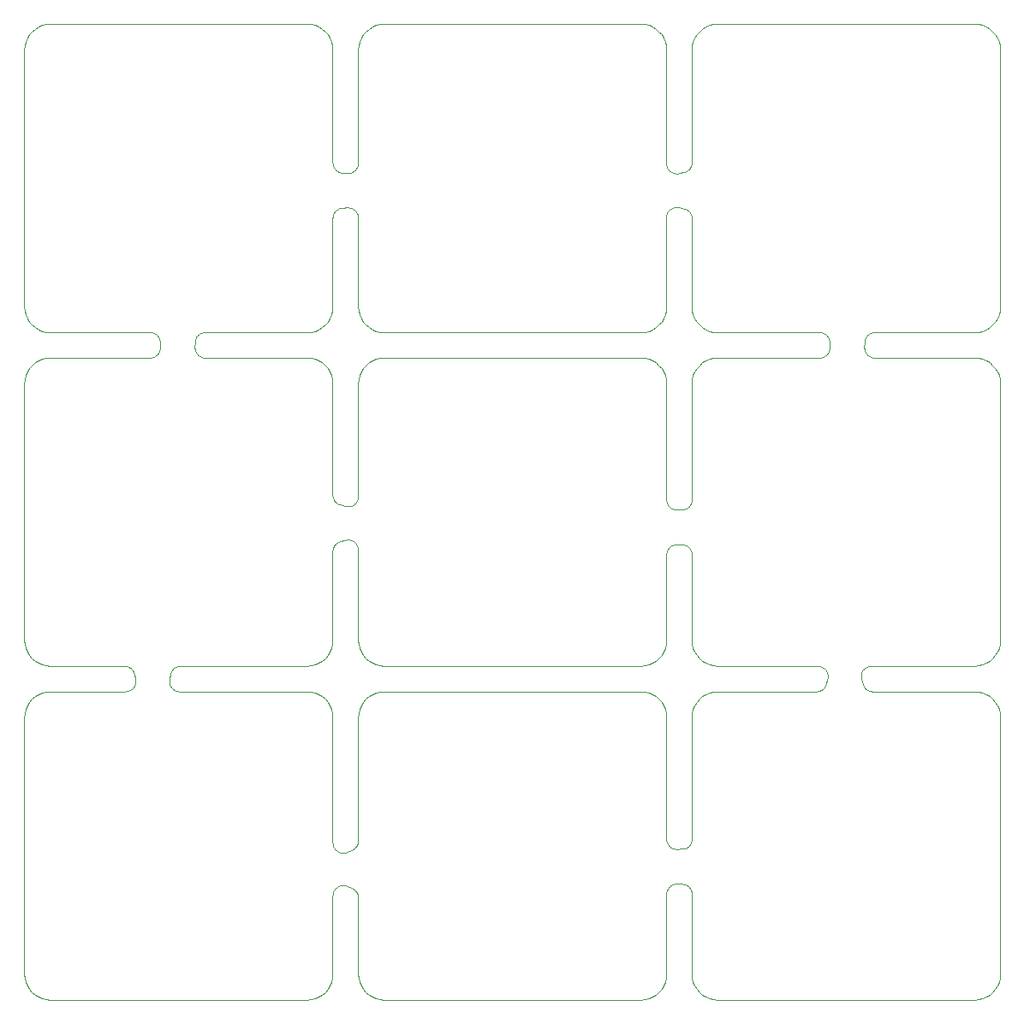
<source format=gko>
%MOIN*%
%OFA0B0*%
%FSLAX44Y44*%
%IPPOS*%
%LPD*%
%ADD10C,0*%
D10*
X00011999Y00023992D02*
X00011999Y00023992D01*
X00011987Y00024148D01*
X00011951Y00024301D01*
X00011891Y00024446D01*
X00011809Y00024579D01*
X00011707Y00024699D01*
X00011587Y00024801D01*
X00011453Y00024883D01*
X00011309Y00024943D01*
X00011156Y00024979D01*
X00011000Y00024992D01*
X00007026Y00024992D01*
X00006994Y00024993D01*
X00006963Y00024997D01*
X00006932Y00025003D01*
X00006902Y00025012D01*
X00006872Y00025023D01*
X00006844Y00025036D01*
X00006816Y00025052D01*
X00006790Y00025070D01*
X00006766Y00025089D01*
X00006743Y00025111D01*
X00006722Y00025135D01*
X00006703Y00025160D01*
X00006686Y00025186D01*
X00006671Y00025214D01*
X00006659Y00025243D01*
X00006648Y00025273D01*
X00006641Y00025303D01*
X00006635Y00025334D01*
X00006632Y00025366D01*
X00006632Y00025397D01*
X00006638Y00025602D01*
X00006640Y00025632D01*
X00006645Y00025662D01*
X00006652Y00025692D01*
X00006660Y00025721D01*
X00006672Y00025749D01*
X00006685Y00025776D01*
X00006700Y00025802D01*
X00006718Y00025827D01*
X00006737Y00025851D01*
X00006758Y00025873D01*
X00006780Y00025893D01*
X00006804Y00025911D01*
X00006830Y00025928D01*
X00006856Y00025942D01*
X00006884Y00025955D01*
X00006912Y00025965D01*
X00006942Y00025973D01*
X00006971Y00025979D01*
X00007002Y00025983D01*
X00007032Y00025984D01*
X00011000Y00025984D01*
X00011156Y00025996D01*
X00011309Y00026033D01*
X00011453Y00026093D01*
X00011587Y00026175D01*
X00011707Y00026277D01*
X00011809Y00026396D01*
X00011891Y00026530D01*
X00011951Y00026675D01*
X00011987Y00026827D01*
X00011999Y00026984D01*
X00011999Y00030434D01*
X00012001Y00030464D01*
X00012004Y00030494D01*
X00012010Y00030523D01*
X00012018Y00030552D01*
X00012028Y00030581D01*
X00012040Y00030608D01*
X00012055Y00030635D01*
X00012071Y00030660D01*
X00012089Y00030684D01*
X00012109Y00030706D01*
X00012131Y00030727D01*
X00012154Y00030747D01*
X00012179Y00030764D01*
X00012205Y00030779D01*
X00012231Y00030793D01*
X00012259Y00030804D01*
X00012288Y00030813D01*
X00012317Y00030820D01*
X00012347Y00030825D01*
X00012377Y00030827D01*
X00012582Y00030836D01*
X00012614Y00030836D01*
X00012645Y00030833D01*
X00012676Y00030828D01*
X00012707Y00030820D01*
X00012737Y00030810D01*
X00012767Y00030798D01*
X00012795Y00030783D01*
X00012821Y00030766D01*
X00012847Y00030747D01*
X00012871Y00030726D01*
X00012893Y00030703D01*
X00012913Y00030679D01*
X00012931Y00030653D01*
X00012947Y00030625D01*
X00012960Y00030597D01*
X00012971Y00030567D01*
X00012980Y00030536D01*
X00012987Y00030505D01*
X00012990Y00030474D01*
X00012992Y00030442D01*
X00012992Y00026984D01*
X00013004Y00026827D01*
X00013041Y00026675D01*
X00013101Y00026530D01*
X00013183Y00026396D01*
X00013285Y00026277D01*
X00013404Y00026175D01*
X00013538Y00026093D01*
X00013683Y00026033D01*
X00013835Y00025996D01*
X00013992Y00025984D01*
X00023992Y00025984D01*
X00024148Y00025996D01*
X00024301Y00026033D01*
X00024446Y00026093D01*
X00024579Y00026175D01*
X00024699Y00026277D01*
X00024801Y00026396D01*
X00024883Y00026530D01*
X00024943Y00026675D01*
X00024979Y00026827D01*
X00024992Y00026984D01*
X00024992Y00030467D01*
X00024993Y00030503D01*
X00024998Y00030538D01*
X00025006Y00030573D01*
X00025018Y00030608D01*
X00025032Y00030641D01*
X00025049Y00030672D01*
X00025069Y00030702D01*
X00025092Y00030730D01*
X00025117Y00030755D01*
X00025145Y00030779D01*
X00025174Y00030799D01*
X00025206Y00030817D01*
X00025238Y00030832D01*
X00025272Y00030844D01*
X00025307Y00030853D01*
X00025343Y00030858D01*
X00025379Y00030860D01*
X00025415Y00030859D01*
X00025450Y00030855D01*
X00025485Y00030848D01*
X00025690Y00030794D01*
X00025715Y00030786D01*
X00025739Y00030777D01*
X00025763Y00030767D01*
X00025786Y00030755D01*
X00025808Y00030741D01*
X00025829Y00030726D01*
X00025849Y00030710D01*
X00025868Y00030692D01*
X00025885Y00030673D01*
X00025902Y00030653D01*
X00025917Y00030632D01*
X00025931Y00030610D01*
X00025943Y00030588D01*
X00025954Y00030564D01*
X00025963Y00030540D01*
X00025970Y00030515D01*
X00025976Y00030490D01*
X00025980Y00030465D01*
X00025983Y00030439D01*
X00025984Y00030413D01*
X00025984Y00026984D01*
X00025996Y00026827D01*
X00026033Y00026675D01*
X00026093Y00026530D01*
X00026175Y00026396D01*
X00026277Y00026277D01*
X00026396Y00026175D01*
X00026530Y00026093D01*
X00026675Y00026033D01*
X00026827Y00025996D01*
X00026984Y00025984D01*
X00030949Y00025984D01*
X00030979Y00025983D01*
X00031009Y00025979D01*
X00031039Y00025973D01*
X00031068Y00025965D01*
X00031097Y00025955D01*
X00031125Y00025942D01*
X00031151Y00025928D01*
X00031177Y00025911D01*
X00031201Y00025893D01*
X00031223Y00025873D01*
X00031244Y00025851D01*
X00031263Y00025827D01*
X00031281Y00025802D01*
X00031296Y00025776D01*
X00031309Y00025749D01*
X00031320Y00025721D01*
X00031329Y00025692D01*
X00031336Y00025662D01*
X00031340Y00025632D01*
X00031343Y00025602D01*
X00031349Y00025397D01*
X00031348Y00025366D01*
X00031346Y00025334D01*
X00031340Y00025303D01*
X00031332Y00025273D01*
X00031322Y00025243D01*
X00031310Y00025214D01*
X00031295Y00025186D01*
X00031278Y00025160D01*
X00031259Y00025135D01*
X00031238Y00025111D01*
X00031215Y00025089D01*
X00031190Y00025070D01*
X00031164Y00025052D01*
X00031137Y00025036D01*
X00031109Y00025023D01*
X00031079Y00025012D01*
X00031049Y00025003D01*
X00031018Y00024997D01*
X00030987Y00024993D01*
X00030955Y00024992D01*
X00026984Y00024992D01*
X00026827Y00024979D01*
X00026675Y00024943D01*
X00026530Y00024883D01*
X00026396Y00024801D01*
X00026277Y00024699D01*
X00026175Y00024579D01*
X00026093Y00024446D01*
X00026033Y00024301D01*
X00025996Y00024148D01*
X00025984Y00023992D01*
X00025984Y00019474D01*
X00025983Y00019444D01*
X00025979Y00019414D01*
X00025973Y00019384D01*
X00025965Y00019355D01*
X00025955Y00019326D01*
X00025942Y00019299D01*
X00025928Y00019272D01*
X00025911Y00019247D01*
X00025893Y00019223D01*
X00025873Y00019200D01*
X00025851Y00019179D01*
X00025827Y00019160D01*
X00025802Y00019143D01*
X00025776Y00019127D01*
X00025749Y00019114D01*
X00025721Y00019103D01*
X00025692Y00019094D01*
X00025662Y00019087D01*
X00025632Y00019083D01*
X00025602Y00019081D01*
X00025397Y00019074D01*
X00025366Y00019075D01*
X00025334Y00019078D01*
X00025303Y00019083D01*
X00025273Y00019091D01*
X00025243Y00019101D01*
X00025214Y00019113D01*
X00025186Y00019128D01*
X00025160Y00019145D01*
X00025135Y00019164D01*
X00025111Y00019185D01*
X00025089Y00019208D01*
X00025070Y00019233D01*
X00025052Y00019259D01*
X00025036Y00019286D01*
X00025023Y00019315D01*
X00025012Y00019344D01*
X00025003Y00019374D01*
X00024997Y00019405D01*
X00024993Y00019436D01*
X00024992Y00019468D01*
X00024992Y00023992D01*
X00024979Y00024148D01*
X00024943Y00024301D01*
X00024883Y00024446D01*
X00024801Y00024579D01*
X00024699Y00024699D01*
X00024579Y00024801D01*
X00024446Y00024883D01*
X00024301Y00024943D01*
X00024148Y00024979D01*
X00023992Y00024992D01*
X00013992Y00024992D01*
X00013835Y00024979D01*
X00013683Y00024943D01*
X00013538Y00024883D01*
X00013404Y00024801D01*
X00013285Y00024699D01*
X00013183Y00024579D01*
X00013101Y00024446D01*
X00013041Y00024301D01*
X00013004Y00024148D01*
X00012992Y00023992D01*
X00012992Y00019595D01*
X00012990Y00019559D01*
X00012985Y00019523D01*
X00012977Y00019488D01*
X00012965Y00019454D01*
X00012951Y00019421D01*
X00012933Y00019389D01*
X00012913Y00019359D01*
X00012890Y00019331D01*
X00012864Y00019305D01*
X00012837Y00019282D01*
X00012807Y00019262D01*
X00012776Y00019244D01*
X00012743Y00019229D01*
X00012708Y00019217D01*
X00012673Y00019209D01*
X00012637Y00019203D01*
X00012601Y00019202D01*
X00012565Y00019203D01*
X00012529Y00019208D01*
X00012494Y00019215D01*
X00012289Y00019272D01*
X00012265Y00019279D01*
X00012241Y00019288D01*
X00012217Y00019299D01*
X00012195Y00019311D01*
X00012173Y00019325D01*
X00012152Y00019340D01*
X00012133Y00019356D01*
X00012114Y00019374D01*
X00012096Y00019393D01*
X00012080Y00019412D01*
X00012065Y00019433D01*
X00012052Y00019455D01*
X00012040Y00019478D01*
X00012029Y00019501D01*
X00012020Y00019525D01*
X00012013Y00019550D01*
X00012007Y00019575D01*
X00012003Y00019600D01*
X00012000Y00019626D01*
X00011999Y00019651D01*
X00011999Y00023992D01*
X00011999Y00011000D02*
X00011999Y00011000D01*
X00011987Y00011156D01*
X00011951Y00011309D01*
X00011891Y00011453D01*
X00011809Y00011587D01*
X00011707Y00011707D01*
X00011587Y00011809D01*
X00011453Y00011891D01*
X00011309Y00011951D01*
X00011156Y00011987D01*
X00011000Y00012000D01*
X00006031Y00012000D01*
X00005997Y00012001D01*
X00005962Y00012006D01*
X00005929Y00012013D01*
X00005895Y00012024D01*
X00005864Y00012037D01*
X00005833Y00012053D01*
X00005804Y00012072D01*
X00005776Y00012093D01*
X00005751Y00012117D01*
X00005728Y00012142D01*
X00005707Y00012170D01*
X00005689Y00012199D01*
X00005673Y00012230D01*
X00005660Y00012262D01*
X00005650Y00012296D01*
X00005643Y00012329D01*
X00005639Y00012364D01*
X00005638Y00012399D01*
X00005640Y00012433D01*
X00005645Y00012467D01*
X00005684Y00012672D01*
X00005690Y00012699D01*
X00005698Y00012725D01*
X00005707Y00012750D01*
X00005719Y00012775D01*
X00005732Y00012799D01*
X00005746Y00012821D01*
X00005763Y00012843D01*
X00005780Y00012864D01*
X00005799Y00012883D01*
X00005820Y00012901D01*
X00005841Y00012918D01*
X00005864Y00012933D01*
X00005888Y00012947D01*
X00005912Y00012958D01*
X00005937Y00012968D01*
X00005963Y00012977D01*
X00005990Y00012983D01*
X00006016Y00012988D01*
X00006043Y00012991D01*
X00006071Y00012992D01*
X00011000Y00012992D01*
X00011156Y00013004D01*
X00011309Y00013041D01*
X00011453Y00013101D01*
X00011587Y00013183D01*
X00011707Y00013285D01*
X00011809Y00013404D01*
X00011891Y00013538D01*
X00011951Y00013683D01*
X00011987Y00013835D01*
X00011999Y00013992D01*
X00011999Y00017456D01*
X00012000Y00017481D01*
X00012003Y00017507D01*
X00012007Y00017532D01*
X00012013Y00017557D01*
X00012020Y00017582D01*
X00012029Y00017606D01*
X00012040Y00017629D01*
X00012052Y00017652D01*
X00012065Y00017674D01*
X00012080Y00017694D01*
X00012096Y00017714D01*
X00012114Y00017733D01*
X00012133Y00017751D01*
X00012152Y00017767D01*
X00012173Y00017782D01*
X00012195Y00017796D01*
X00012217Y00017808D01*
X00012241Y00017819D01*
X00012265Y00017828D01*
X00012289Y00017835D01*
X00012494Y00017891D01*
X00012529Y00017899D01*
X00012565Y00017904D01*
X00012601Y00017905D01*
X00012637Y00017903D01*
X00012673Y00017898D01*
X00012708Y00017890D01*
X00012743Y00017878D01*
X00012776Y00017863D01*
X00012807Y00017845D01*
X00012837Y00017825D01*
X00012864Y00017801D01*
X00012890Y00017776D01*
X00012913Y00017748D01*
X00012933Y00017718D01*
X00012951Y00017686D01*
X00012965Y00017653D01*
X00012977Y00017619D01*
X00012985Y00017584D01*
X00012990Y00017548D01*
X00012992Y00017512D01*
X00012992Y00013992D01*
X00013004Y00013835D01*
X00013041Y00013683D01*
X00013101Y00013538D01*
X00013183Y00013404D01*
X00013285Y00013285D01*
X00013404Y00013183D01*
X00013538Y00013101D01*
X00013683Y00013041D01*
X00013835Y00013004D01*
X00013992Y00012992D01*
X00023992Y00012992D01*
X00024148Y00013004D01*
X00024301Y00013041D01*
X00024446Y00013101D01*
X00024579Y00013183D01*
X00024699Y00013285D01*
X00024801Y00013404D01*
X00024883Y00013538D01*
X00024943Y00013683D01*
X00024979Y00013835D01*
X00024992Y00013992D01*
X00024992Y00017330D01*
X00024993Y00017362D01*
X00024997Y00017393D01*
X00025003Y00017424D01*
X00025012Y00017454D01*
X00025023Y00017484D01*
X00025036Y00017512D01*
X00025052Y00017540D01*
X00025070Y00017566D01*
X00025089Y00017590D01*
X00025111Y00017613D01*
X00025135Y00017634D01*
X00025160Y00017653D01*
X00025186Y00017670D01*
X00025214Y00017685D01*
X00025243Y00017697D01*
X00025273Y00017708D01*
X00025303Y00017715D01*
X00025334Y00017721D01*
X00025366Y00017724D01*
X00025397Y00017724D01*
X00025602Y00017718D01*
X00025632Y00017716D01*
X00025662Y00017711D01*
X00025692Y00017705D01*
X00025721Y00017696D01*
X00025749Y00017684D01*
X00025776Y00017671D01*
X00025802Y00017656D01*
X00025827Y00017639D01*
X00025851Y00017619D01*
X00025873Y00017598D01*
X00025893Y00017576D01*
X00025911Y00017552D01*
X00025928Y00017526D01*
X00025942Y00017500D01*
X00025955Y00017472D01*
X00025965Y00017444D01*
X00025973Y00017414D01*
X00025979Y00017385D01*
X00025983Y00017355D01*
X00025984Y00017324D01*
X00025984Y00013992D01*
X00025996Y00013835D01*
X00026033Y00013683D01*
X00026093Y00013538D01*
X00026175Y00013404D01*
X00026277Y00013285D01*
X00026396Y00013183D01*
X00026530Y00013101D01*
X00026675Y00013041D01*
X00026827Y00013004D01*
X00026984Y00012992D01*
X00030879Y00012992D01*
X00030916Y00012990D01*
X00030951Y00012985D01*
X00030987Y00012977D01*
X00031021Y00012965D01*
X00031054Y00012951D01*
X00031086Y00012933D01*
X00031116Y00012913D01*
X00031143Y00012890D01*
X00031169Y00012864D01*
X00031192Y00012837D01*
X00031213Y00012807D01*
X00031231Y00012776D01*
X00031246Y00012743D01*
X00031257Y00012708D01*
X00031266Y00012673D01*
X00031271Y00012637D01*
X00031273Y00012601D01*
X00031272Y00012565D01*
X00031267Y00012529D01*
X00031259Y00012494D01*
X00031203Y00012289D01*
X00031195Y00012265D01*
X00031186Y00012241D01*
X00031176Y00012217D01*
X00031163Y00012195D01*
X00031150Y00012173D01*
X00031135Y00012152D01*
X00031118Y00012133D01*
X00031101Y00012114D01*
X00031082Y00012096D01*
X00031062Y00012080D01*
X00031041Y00012065D01*
X00031019Y00012052D01*
X00030997Y00012040D01*
X00030973Y00012029D01*
X00030949Y00012020D01*
X00030925Y00012013D01*
X00030900Y00012007D01*
X00030874Y00012003D01*
X00030849Y00012000D01*
X00030823Y00012000D01*
X00026984Y00012000D01*
X00026827Y00011987D01*
X00026675Y00011951D01*
X00026530Y00011891D01*
X00026396Y00011809D01*
X00026277Y00011707D01*
X00026175Y00011587D01*
X00026093Y00011453D01*
X00026033Y00011309D01*
X00025996Y00011156D01*
X00025984Y00011000D01*
X00025984Y00006261D01*
X00025983Y00006230D01*
X00025979Y00006200D01*
X00025973Y00006170D01*
X00025965Y00006141D01*
X00025955Y00006113D01*
X00025942Y00006085D01*
X00025928Y00006058D01*
X00025911Y00006033D01*
X00025893Y00006009D01*
X00025873Y00005986D01*
X00025851Y00005966D01*
X00025827Y00005946D01*
X00025802Y00005929D01*
X00025776Y00005914D01*
X00025749Y00005900D01*
X00025721Y00005889D01*
X00025692Y00005880D01*
X00025662Y00005874D01*
X00025632Y00005869D01*
X00025602Y00005867D01*
X00025397Y00005861D01*
X00025366Y00005861D01*
X00025334Y00005864D01*
X00025303Y00005869D01*
X00025273Y00005877D01*
X00025243Y00005887D01*
X00025214Y00005900D01*
X00025186Y00005915D01*
X00025160Y00005932D01*
X00025135Y00005951D01*
X00025111Y00005972D01*
X00025089Y00005995D01*
X00025070Y00006019D01*
X00025052Y00006045D01*
X00025036Y00006073D01*
X00025023Y00006101D01*
X00025012Y00006131D01*
X00025003Y00006161D01*
X00024997Y00006192D01*
X00024993Y00006223D01*
X00024992Y00006254D01*
X00024992Y00011000D01*
X00024979Y00011156D01*
X00024943Y00011309D01*
X00024883Y00011453D01*
X00024801Y00011587D01*
X00024699Y00011707D01*
X00024579Y00011809D01*
X00024446Y00011891D01*
X00024301Y00011951D01*
X00024148Y00011987D01*
X00023992Y00012000D01*
X00013992Y00012000D01*
X00013835Y00011987D01*
X00013683Y00011951D01*
X00013538Y00011891D01*
X00013404Y00011809D01*
X00013285Y00011707D01*
X00013183Y00011587D01*
X00013101Y00011453D01*
X00013041Y00011309D01*
X00013004Y00011156D01*
X00012992Y00011000D01*
X00012992Y00006193D01*
X00012991Y00006170D01*
X00012989Y00006147D01*
X00012986Y00006125D01*
X00012981Y00006102D01*
X00012975Y00006080D01*
X00012968Y00006058D01*
X00012959Y00006037D01*
X00012949Y00006016D01*
X00012938Y00005996D01*
X00012926Y00005976D01*
X00012913Y00005957D01*
X00012899Y00005939D01*
X00012884Y00005922D01*
X00012867Y00005906D01*
X00012850Y00005891D01*
X00012832Y00005877D01*
X00012813Y00005864D01*
X00012793Y00005852D01*
X00012773Y00005841D01*
X00012752Y00005831D01*
X00012548Y00005744D01*
X00012511Y00005730D01*
X00012473Y00005721D01*
X00012435Y00005715D01*
X00012396Y00005712D01*
X00012358Y00005714D01*
X00012319Y00005719D01*
X00012281Y00005729D01*
X00012245Y00005741D01*
X00012210Y00005758D01*
X00012176Y00005778D01*
X00012145Y00005801D01*
X00012116Y00005827D01*
X00012090Y00005855D01*
X00012067Y00005886D01*
X00012046Y00005920D01*
X00012030Y00005955D01*
X00012017Y00005991D01*
X00012007Y00006029D01*
X00012001Y00006067D01*
X00011999Y00006106D01*
X00011999Y00011000D01*
X00000999Y00000000D02*
X00000999Y00000000D01*
X00011000Y00000000D01*
X00011156Y00000012D01*
X00011309Y00000048D01*
X00011453Y00000108D01*
X00011587Y00000190D01*
X00011707Y00000292D01*
X00011809Y00000412D01*
X00011891Y00000546D01*
X00011951Y00000690D01*
X00011987Y00000843D01*
X00011999Y00001000D01*
X00011999Y00004060D01*
X00012001Y00004098D01*
X00012007Y00004137D01*
X00012017Y00004174D01*
X00012030Y00004211D01*
X00012046Y00004246D01*
X00012067Y00004279D01*
X00012090Y00004310D01*
X00012116Y00004339D01*
X00012145Y00004365D01*
X00012176Y00004388D01*
X00012210Y00004408D01*
X00012245Y00004424D01*
X00012281Y00004437D01*
X00012319Y00004446D01*
X00012358Y00004452D01*
X00012396Y00004453D01*
X00012435Y00004451D01*
X00012473Y00004445D01*
X00012511Y00004435D01*
X00012548Y00004422D01*
X00012752Y00004335D01*
X00012773Y00004325D01*
X00012793Y00004314D01*
X00012813Y00004302D01*
X00012832Y00004289D01*
X00012850Y00004275D01*
X00012867Y00004260D01*
X00012884Y00004243D01*
X00012899Y00004226D01*
X00012913Y00004208D01*
X00012926Y00004189D01*
X00012938Y00004170D01*
X00012949Y00004150D01*
X00012959Y00004129D01*
X00012968Y00004108D01*
X00012975Y00004086D01*
X00012981Y00004064D01*
X00012986Y00004041D01*
X00012989Y00004018D01*
X00012991Y00003995D01*
X00012992Y00003972D01*
X00012992Y00001000D01*
X00013004Y00000843D01*
X00013041Y00000690D01*
X00013101Y00000546D01*
X00013183Y00000412D01*
X00013285Y00000292D01*
X00013404Y00000190D01*
X00013538Y00000108D01*
X00013683Y00000048D01*
X00013835Y00000012D01*
X00013992Y00000000D01*
X00023992Y00000000D01*
X00024148Y00000012D01*
X00024301Y00000048D01*
X00024446Y00000108D01*
X00024579Y00000190D01*
X00024699Y00000292D01*
X00024801Y00000412D01*
X00024883Y00000546D01*
X00024943Y00000690D01*
X00024979Y00000843D01*
X00024992Y00001000D01*
X00024992Y00004117D01*
X00024993Y00004148D01*
X00024997Y00004180D01*
X00025003Y00004211D01*
X00025012Y00004241D01*
X00025023Y00004270D01*
X00025036Y00004299D01*
X00025052Y00004326D01*
X00025070Y00004352D01*
X00025089Y00004377D01*
X00025111Y00004399D01*
X00025135Y00004420D01*
X00025160Y00004440D01*
X00025186Y00004457D01*
X00025214Y00004471D01*
X00025243Y00004484D01*
X00025273Y00004494D01*
X00025303Y00004502D01*
X00025334Y00004507D01*
X00025366Y00004510D01*
X00025397Y00004510D01*
X00025602Y00004504D01*
X00025632Y00004502D01*
X00025662Y00004498D01*
X00025692Y00004491D01*
X00025721Y00004482D01*
X00025749Y00004471D01*
X00025776Y00004458D01*
X00025802Y00004442D01*
X00025827Y00004425D01*
X00025851Y00004406D01*
X00025873Y00004385D01*
X00025893Y00004362D01*
X00025911Y00004338D01*
X00025928Y00004313D01*
X00025942Y00004286D01*
X00025955Y00004259D01*
X00025965Y00004230D01*
X00025973Y00004201D01*
X00025979Y00004171D01*
X00025983Y00004141D01*
X00025984Y00004111D01*
X00025984Y00001000D01*
X00025996Y00000843D01*
X00026033Y00000690D01*
X00026093Y00000546D01*
X00026175Y00000412D01*
X00026277Y00000292D01*
X00026396Y00000190D01*
X00026530Y00000108D01*
X00026675Y00000048D01*
X00026827Y00000012D01*
X00026984Y00000000D01*
X00036984Y00000000D01*
X00037140Y00000012D01*
X00037293Y00000048D01*
X00037438Y00000108D01*
X00037572Y00000190D01*
X00037691Y00000292D01*
X00037793Y00000412D01*
X00037875Y00000546D01*
X00037935Y00000690D01*
X00037971Y00000843D01*
X00037984Y00001000D01*
X00037984Y00011000D01*
X00037971Y00011156D01*
X00037935Y00011309D01*
X00037875Y00011453D01*
X00037793Y00011587D01*
X00037691Y00011707D01*
X00037572Y00011809D01*
X00037438Y00011891D01*
X00037293Y00011951D01*
X00037140Y00011987D01*
X00036984Y00012000D01*
X00033019Y00012000D01*
X00032993Y00012000D01*
X00032968Y00012003D01*
X00032943Y00012007D01*
X00032918Y00012013D01*
X00032893Y00012020D01*
X00032869Y00012029D01*
X00032846Y00012040D01*
X00032823Y00012052D01*
X00032801Y00012065D01*
X00032780Y00012080D01*
X00032760Y00012096D01*
X00032742Y00012114D01*
X00032724Y00012133D01*
X00032708Y00012152D01*
X00032693Y00012173D01*
X00032679Y00012195D01*
X00032667Y00012217D01*
X00032656Y00012241D01*
X00032647Y00012265D01*
X00032639Y00012289D01*
X00032583Y00012494D01*
X00032575Y00012529D01*
X00032571Y00012565D01*
X00032569Y00012601D01*
X00032571Y00012637D01*
X00032576Y00012673D01*
X00032585Y00012708D01*
X00032597Y00012743D01*
X00032612Y00012776D01*
X00032629Y00012807D01*
X00032650Y00012837D01*
X00032673Y00012864D01*
X00032699Y00012890D01*
X00032727Y00012913D01*
X00032757Y00012933D01*
X00032788Y00012951D01*
X00032821Y00012965D01*
X00032856Y00012977D01*
X00032891Y00012985D01*
X00032927Y00012990D01*
X00032963Y00012992D01*
X00036984Y00012992D01*
X00037140Y00013004D01*
X00037293Y00013041D01*
X00037438Y00013101D01*
X00037572Y00013183D01*
X00037691Y00013285D01*
X00037793Y00013404D01*
X00037875Y00013538D01*
X00037935Y00013683D01*
X00037971Y00013835D01*
X00037984Y00013992D01*
X00037984Y00023992D01*
X00037971Y00024148D01*
X00037935Y00024301D01*
X00037875Y00024446D01*
X00037793Y00024579D01*
X00037691Y00024699D01*
X00037572Y00024801D01*
X00037438Y00024883D01*
X00037293Y00024943D01*
X00037140Y00024979D01*
X00036984Y00024992D01*
X00033093Y00024992D01*
X00033061Y00024993D01*
X00033030Y00024997D01*
X00032999Y00025003D01*
X00032969Y00025012D01*
X00032939Y00025023D01*
X00032911Y00025036D01*
X00032884Y00025052D01*
X00032858Y00025070D01*
X00032833Y00025089D01*
X00032810Y00025111D01*
X00032789Y00025135D01*
X00032770Y00025160D01*
X00032753Y00025186D01*
X00032738Y00025214D01*
X00032726Y00025243D01*
X00032715Y00025273D01*
X00032708Y00025303D01*
X00032702Y00025334D01*
X00032700Y00025366D01*
X00032699Y00025397D01*
X00032705Y00025602D01*
X00032707Y00025632D01*
X00032712Y00025662D01*
X00032719Y00025692D01*
X00032728Y00025721D01*
X00032739Y00025749D01*
X00032752Y00025776D01*
X00032767Y00025802D01*
X00032785Y00025827D01*
X00032804Y00025851D01*
X00032825Y00025873D01*
X00032847Y00025893D01*
X00032871Y00025911D01*
X00032897Y00025928D01*
X00032923Y00025942D01*
X00032951Y00025955D01*
X00032980Y00025965D01*
X00033009Y00025973D01*
X00033039Y00025979D01*
X00033069Y00025983D01*
X00033099Y00025984D01*
X00036984Y00025984D01*
X00037140Y00025996D01*
X00037293Y00026033D01*
X00037438Y00026093D01*
X00037572Y00026175D01*
X00037691Y00026277D01*
X00037793Y00026396D01*
X00037875Y00026530D01*
X00037935Y00026675D01*
X00037971Y00026827D01*
X00037984Y00026984D01*
X00037984Y00036984D01*
X00037971Y00037140D01*
X00037935Y00037293D01*
X00037875Y00037438D01*
X00037793Y00037572D01*
X00037691Y00037691D01*
X00037572Y00037793D01*
X00037438Y00037875D01*
X00037293Y00037935D01*
X00037140Y00037971D01*
X00036984Y00037984D01*
X00026984Y00037984D01*
X00026827Y00037971D01*
X00026675Y00037935D01*
X00026530Y00037875D01*
X00026396Y00037793D01*
X00026277Y00037691D01*
X00026175Y00037572D01*
X00026093Y00037438D01*
X00026033Y00037293D01*
X00025996Y00037140D01*
X00025984Y00036984D01*
X00025984Y00032607D01*
X00025983Y00032581D01*
X00025980Y00032555D01*
X00025976Y00032530D01*
X00025970Y00032504D01*
X00025963Y00032480D01*
X00025954Y00032456D01*
X00025943Y00032432D01*
X00025931Y00032409D01*
X00025917Y00032387D01*
X00025902Y00032366D01*
X00025885Y00032346D01*
X00025868Y00032328D01*
X00025849Y00032310D01*
X00025829Y00032294D01*
X00025808Y00032279D01*
X00025786Y00032265D01*
X00025763Y00032253D01*
X00025739Y00032242D01*
X00025715Y00032233D01*
X00025690Y00032226D01*
X00025485Y00032172D01*
X00025450Y00032165D01*
X00025415Y00032160D01*
X00025379Y00032159D01*
X00025343Y00032161D01*
X00025307Y00032167D01*
X00025272Y00032176D01*
X00025238Y00032188D01*
X00025206Y00032203D01*
X00025174Y00032220D01*
X00025145Y00032241D01*
X00025117Y00032264D01*
X00025092Y00032290D01*
X00025069Y00032318D01*
X00025049Y00032348D01*
X00025032Y00032379D01*
X00025018Y00032412D01*
X00025006Y00032446D01*
X00024998Y00032481D01*
X00024993Y00032517D01*
X00024992Y00032553D01*
X00024992Y00036984D01*
X00024979Y00037140D01*
X00024943Y00037293D01*
X00024883Y00037438D01*
X00024801Y00037572D01*
X00024699Y00037691D01*
X00024579Y00037793D01*
X00024446Y00037875D01*
X00024301Y00037935D01*
X00024148Y00037971D01*
X00023992Y00037984D01*
X00013992Y00037984D01*
X00013835Y00037971D01*
X00013683Y00037935D01*
X00013538Y00037875D01*
X00013404Y00037793D01*
X00013285Y00037691D01*
X00013183Y00037572D01*
X00013101Y00037438D01*
X00013041Y00037293D01*
X00013004Y00037140D01*
X00012992Y00036984D01*
X00012992Y00032577D01*
X00012990Y00032546D01*
X00012987Y00032514D01*
X00012980Y00032483D01*
X00012971Y00032453D01*
X00012960Y00032423D01*
X00012947Y00032394D01*
X00012931Y00032367D01*
X00012913Y00032341D01*
X00012893Y00032316D01*
X00012871Y00032293D01*
X00012847Y00032272D01*
X00012821Y00032253D01*
X00012795Y00032236D01*
X00012767Y00032222D01*
X00012737Y00032209D01*
X00012707Y00032199D01*
X00012676Y00032192D01*
X00012645Y00032187D01*
X00012614Y00032184D01*
X00012582Y00032184D01*
X00012377Y00032192D01*
X00012347Y00032195D01*
X00012317Y00032200D01*
X00012288Y00032206D01*
X00012259Y00032216D01*
X00012231Y00032227D01*
X00012205Y00032240D01*
X00012179Y00032256D01*
X00012154Y00032273D01*
X00012131Y00032292D01*
X00012109Y00032313D01*
X00012089Y00032336D01*
X00012071Y00032360D01*
X00012055Y00032385D01*
X00012040Y00032411D01*
X00012028Y00032439D01*
X00012018Y00032467D01*
X00012010Y00032496D01*
X00012004Y00032526D01*
X00012001Y00032556D01*
X00011999Y00032586D01*
X00011999Y00036984D01*
X00011987Y00037140D01*
X00011951Y00037293D01*
X00011891Y00037438D01*
X00011809Y00037572D01*
X00011707Y00037691D01*
X00011587Y00037793D01*
X00011453Y00037875D01*
X00011309Y00037935D01*
X00011156Y00037971D01*
X00011000Y00037984D01*
X00000999Y00037984D01*
X00000843Y00037971D01*
X00000690Y00037935D01*
X00000546Y00037875D01*
X00000412Y00037793D01*
X00000292Y00037691D01*
X00000190Y00037572D01*
X00000108Y00037438D01*
X00000048Y00037293D01*
X00000012Y00037140D01*
X00000000Y00036984D01*
X00000000Y00026984D01*
X00000012Y00026827D01*
X00000048Y00026675D01*
X00000108Y00026530D01*
X00000190Y00026396D01*
X00000292Y00026277D01*
X00000412Y00026175D01*
X00000546Y00026093D01*
X00000690Y00026033D01*
X00000843Y00025996D01*
X00000999Y00025984D01*
X00004882Y00025984D01*
X00004912Y00025983D01*
X00004942Y00025979D01*
X00004972Y00025973D01*
X00005001Y00025965D01*
X00005030Y00025955D01*
X00005058Y00025942D01*
X00005084Y00025928D01*
X00005110Y00025911D01*
X00005134Y00025893D01*
X00005156Y00025873D01*
X00005177Y00025851D01*
X00005196Y00025827D01*
X00005214Y00025802D01*
X00005229Y00025776D01*
X00005242Y00025749D01*
X00005253Y00025721D01*
X00005262Y00025692D01*
X00005269Y00025662D01*
X00005273Y00025632D01*
X00005275Y00025602D01*
X00005282Y00025397D01*
X00005281Y00025366D01*
X00005279Y00025334D01*
X00005273Y00025303D01*
X00005265Y00025273D01*
X00005255Y00025243D01*
X00005243Y00025214D01*
X00005228Y00025186D01*
X00005211Y00025160D01*
X00005192Y00025135D01*
X00005171Y00025111D01*
X00005148Y00025089D01*
X00005123Y00025070D01*
X00005097Y00025052D01*
X00005070Y00025036D01*
X00005042Y00025023D01*
X00005012Y00025012D01*
X00004982Y00025003D01*
X00004951Y00024997D01*
X00004920Y00024993D01*
X00004888Y00024992D01*
X00000999Y00024992D01*
X00000843Y00024979D01*
X00000690Y00024943D01*
X00000546Y00024883D01*
X00000412Y00024801D01*
X00000292Y00024699D01*
X00000190Y00024579D01*
X00000108Y00024446D01*
X00000048Y00024301D01*
X00000012Y00024148D01*
X00000000Y00023992D01*
X00000000Y00013992D01*
X00000012Y00013835D01*
X00000048Y00013683D01*
X00000108Y00013538D01*
X00000190Y00013404D01*
X00000292Y00013285D01*
X00000412Y00013183D01*
X00000546Y00013101D01*
X00000690Y00013041D01*
X00000843Y00013004D01*
X00000999Y00012992D01*
X00003890Y00012992D01*
X00003917Y00012991D01*
X00003944Y00012988D01*
X00003971Y00012983D01*
X00003997Y00012977D01*
X00004023Y00012968D01*
X00004048Y00012958D01*
X00004073Y00012947D01*
X00004096Y00012933D01*
X00004119Y00012918D01*
X00004140Y00012901D01*
X00004161Y00012883D01*
X00004180Y00012864D01*
X00004197Y00012843D01*
X00004214Y00012821D01*
X00004228Y00012799D01*
X00004241Y00012775D01*
X00004253Y00012750D01*
X00004262Y00012725D01*
X00004270Y00012699D01*
X00004276Y00012672D01*
X00004315Y00012467D01*
X00004320Y00012433D01*
X00004322Y00012399D01*
X00004321Y00012364D01*
X00004317Y00012329D01*
X00004310Y00012296D01*
X00004300Y00012262D01*
X00004287Y00012230D01*
X00004272Y00012199D01*
X00004253Y00012170D01*
X00004232Y00012142D01*
X00004209Y00012117D01*
X00004184Y00012093D01*
X00004156Y00012072D01*
X00004127Y00012053D01*
X00004097Y00012037D01*
X00004065Y00012024D01*
X00004032Y00012013D01*
X00003998Y00012006D01*
X00003963Y00012001D01*
X00003929Y00012000D01*
X00000999Y00012000D01*
X00000843Y00011987D01*
X00000690Y00011951D01*
X00000546Y00011891D01*
X00000412Y00011809D01*
X00000292Y00011707D01*
X00000190Y00011587D01*
X00000108Y00011453D01*
X00000048Y00011309D01*
X00000012Y00011156D01*
X00000000Y00011000D01*
X00000000Y00001000D01*
X00000012Y00000843D01*
X00000048Y00000690D01*
X00000108Y00000546D01*
X00000190Y00000412D01*
X00000292Y00000292D01*
X00000412Y00000190D01*
X00000546Y00000108D01*
X00000690Y00000048D01*
X00000843Y00000012D01*
X00000999Y00000000D01*
M02*
</source>
